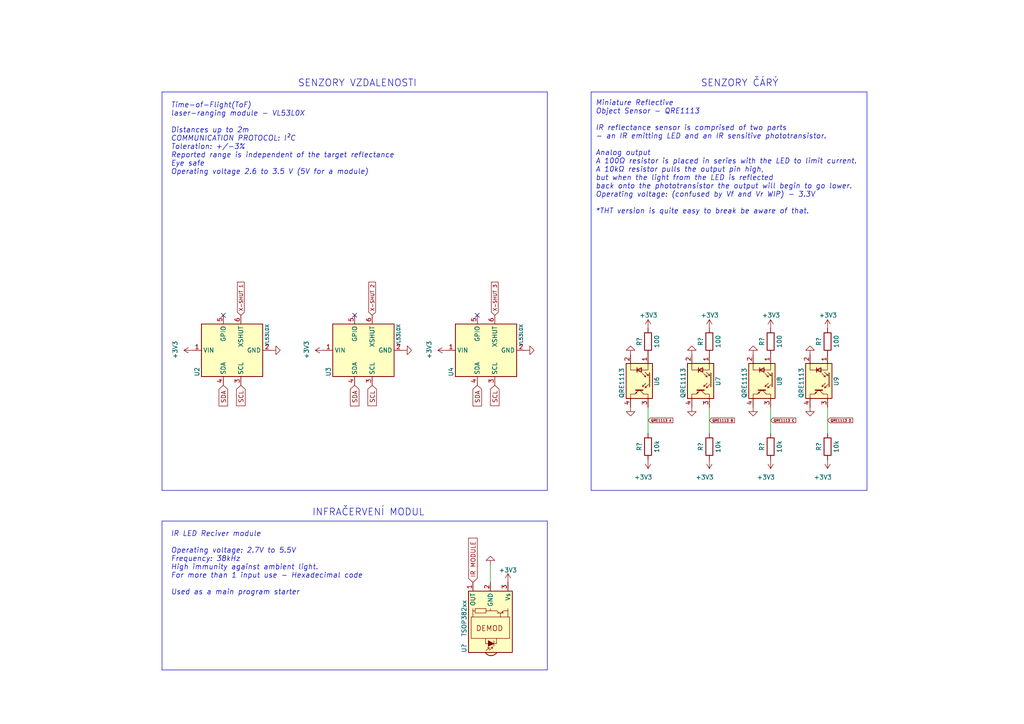
<source format=kicad_sch>
(kicad_sch (version 20230121) (generator eeschema)
  (paper "A4")
  (title_block (title "SUMEC THT") (company "SPŠ NA PROSEKU"))
  (lib_symbols
    (symbol "+3V3_1" (power) (pin_names (offset 0))
      (property "Value" "+3V3_1" (at 0 3.556 0))
      (symbol "+3V3_1_0_1"
        (polyline (pts (xy -0.762 1.27) (xy 0 2.54)))
        (polyline (pts (xy 0 0) (xy 0 2.54)))
        (polyline (pts (xy 0 2.54) (xy 0.762 1.27)))
      )
      (symbol "+3V3_1_1_1"
        (pin power_in line (at 0 0 90) (length 0) hide (name "+3V3") (number "1"))
      )
    )
    (symbol "Device:R" (pin_numbers hide) (pin_names (offset 0))
      (property "Reference" "R" (at 2.032 0 90))
      (property "Value" "R" (at 0 0 90))
      (symbol "R_0_1"
        (rectangle (start -1.016 -2.54) (end 1.016 2.54) (stroke (width 0.254)))
      )
      (symbol "R_1_1"
        (pin passive line (at 0 3.81 270) (length 1.27) (name "~") (number "1"))
        (pin passive line (at 0 -3.81 90) (length 1.27) (name "~") (number "2"))
      )
    )
    (symbol "GND_1" (power) (pin_names (offset 0))
      (property "Value" "GND_1" (at 0 -3.81 0))
      (symbol "GND_1_0_1"
        (polyline (pts (xy 0 0) (xy 0 -1.27) (xy 1.27 -1.27) (xy 0 -2.54) (xy -1.27 -1.27) (xy 0 -1.27)))
      )
      (symbol "GND_1_1_1"
        (pin power_in line (at 0 0 270) (length 0) hide (name "GND") (number "1"))
      )
    )
    (symbol "Interface_Optical:TSOP382xx"
      (property "Reference" "U5" (at -7.62 7.62 0))
      (property "Value" "TSOP382xx" (at 5.08 7.62 0))
      (symbol "TSOP382xx_0_0"
        (arc (start -10.287 1.397) (mid -11.0899 -0.1852) (end -10.287 -1.778) (stroke (width 0.254)) (fill (type background)))
        (polyline (pts (xy 1.905 -5.08) (xy 0.127 -5.08)))
        (polyline (pts (xy 1.905 5.08) (xy 0.127 5.08)))
        (text "DEMOD" (at -3.175 0.254 900) (effects (font (size 1.524 1.524))))
      )
      (symbol "TSOP382xx_0_1"
        (rectangle (start -6.096 5.588) (end 0.127 -5.588))
        (polyline (pts (xy -8.763 0.381) (xy -9.652 1.27)))
        (polyline (pts (xy -8.763 0.381) (xy -9.271 0.381)))
        (polyline (pts (xy -8.763 0.381) (xy -8.763 0.889)))
        (polyline (pts (xy -8.636 -0.635) (xy -9.525 0.254)))
        (polyline (pts (xy -8.636 -0.635) (xy -9.144 -0.635)))
        (polyline (pts (xy -8.636 -0.635) (xy -8.636 -0.127)))
        (polyline (pts (xy -8.382 -1.016) (xy -6.731 -1.016)))
        (polyline (pts (xy 1.27 -2.921) (xy 0.127 -2.921)))
        (polyline (pts (xy 1.27 -1.905) (xy 1.27 -3.81)))
        (polyline (pts (xy 1.397 -3.556) (xy 1.524 -3.556)))
        (polyline (pts (xy 1.651 -3.556) (xy 1.524 -3.556)))
        (polyline (pts (xy 1.651 -3.556) (xy 1.651 -3.302)))
        (polyline (pts (xy 1.905 0) (xy 1.905 1.27)))
        (polyline (pts (xy 1.905 4.445) (xy 1.905 5.08) (xy 2.54 5.08)))
        (polyline (pts (xy -8.382 0.635) (xy -6.731 0.635) (xy -7.62 -1.016) (xy -8.382 0.635)) (fill (type outline)))
        (polyline (pts (xy -6.096 1.397) (xy -7.62 1.397) (xy -7.62 -1.778) (xy -6.096 -1.778)))
        (polyline (pts (xy 1.27 -3.175) (xy 1.905 -3.81) (xy 1.905 -5.08) (xy 2.54 -5.08)))
        (polyline (pts (xy 1.27 -2.54) (xy 1.905 -1.905) (xy 1.905 0) (xy 2.54 0)))
        (rectangle (start 2.54 1.27) (end 1.27 4.445))
        (rectangle (start 7.62 6.35) (end -10.16 -6.35) (stroke (width 0.254)) (fill (type background)))
      )
      (symbol "TSOP382xx_1_1"
        (pin output line (at 10.16 5.08 180) (length 2.54) (name "OUT") (number "1"))
        (pin power_in line (at 10.16 0 180) (length 2.54) (name "GND") (number "2"))
        (pin power_in line (at 10.16 -5.08 180) (length 2.54) (name "Vs") (number "3"))
      )
    )
    (symbol "Sensor_Proximity:QRE1113" (pin_names (offset 0.0254) hide)
      (property "Reference" "U" (at -3.81 5.08 0))
      (property "Value" "QRE1113" (at 8.89 5.08 0))
      (symbol "QRE1113_0_1"
        (polyline (pts (xy -3.81 -0.635) (xy -2.54 -0.635)) (stroke (width 0.254)))
        (polyline (pts (xy -2.286 2.921) (xy -2.032 3.175)))
        (polyline (pts (xy -1.778 2.921) (xy -1.524 3.175)))
        (polyline (pts (xy -1.524 2.667) (xy -1.651 2.159)))
        (polyline (pts (xy -1.27 2.921) (xy -1.016 3.175)))
        (polyline (pts (xy -1.143 1.905) (xy -1.27 1.397)))
        (polyline (pts (xy -0.762 2.921) (xy -0.508 3.175)))
        (polyline (pts (xy -0.254 2.921) (xy 0 3.175)))
        (polyline (pts (xy 0.254 2.921) (xy 0.508 3.175)))
        (polyline (pts (xy 0.762 2.921) (xy 1.016 3.175)))
        (polyline (pts (xy 1.27 2.921) (xy 1.524 3.175)))
        (polyline (pts (xy 1.651 0.889) (xy 1.143 1.016)))
        (polyline (pts (xy 1.778 2.921) (xy -2.413 2.921)))
        (polyline (pts (xy 2.032 1.651) (xy 1.524 1.778)))
        (polyline (pts (xy 2.667 -0.127) (xy 3.81 -1.27)))
        (polyline (pts (xy 2.667 0.127) (xy 3.81 1.27)))
        (polyline (pts (xy -2.54 1.651) (xy -1.524 2.667) (xy -2.032 2.54)))
        (polyline (pts (xy -2.159 0.889) (xy -1.143 1.905) (xy -1.651 1.778)))
        (polyline (pts (xy 0.635 1.905) (xy 1.651 0.889) (xy 1.524 1.397)))
        (polyline (pts (xy 1.016 2.667) (xy 2.032 1.651) (xy 1.905 2.159)))
        (polyline (pts (xy 2.667 1.016) (xy 2.667 -1.016) (xy 2.667 -1.016)) (stroke (width 0.3556)))
        (polyline (pts (xy 3.81 -1.27) (xy 3.81 -2.54) (xy 5.08 -2.54)))
        (polyline (pts (xy 3.81 1.27) (xy 3.81 2.54) (xy 5.08 2.54)))
        (polyline (pts (xy -5.08 -2.54) (xy -3.175 -2.54) (xy -3.175 2.54) (xy -5.08 2.54)))
        (polyline (pts (xy -3.175 -0.635) (xy -3.81 0.635) (xy -2.54 0.635) (xy -3.175 -0.635)) (stroke (width 0.254)))
        (polyline (pts (xy 3.683 -1.143) (xy 3.429 -0.635) (xy 3.175 -0.889) (xy 3.683 -1.143)))
        (polyline (pts (xy -5.08 -3.81) (xy 5.08 -3.81) (xy 5.08 3.81) (xy -5.08 3.81) (xy -5.08 -3.81)) (stroke (width 0.254)) (fill (type background)))
      )
      (symbol "QRE1113_1_1"
        (pin passive line (at -7.62 2.54 0) (length 2.54) (name "A") (number "1"))
        (pin passive line (at -7.62 -2.54 0) (length 2.54) (name "K") (number "2"))
        (pin open_collector line (at 7.62 2.54 180) (length 2.54) (name "~") (number "3"))
        (pin open_emitter line (at 7.62 -2.54 180) (length 2.54) (name "~") (number "4"))
      )
    )
    (symbol "power:+3V3" (power) (pin_names (offset 0))
      (property "Value" "+3V3" (at 0 3.556 0))
      (symbol "+3V3_0_1"
        (polyline (pts (xy -0.762 1.27) (xy 0 2.54)))
        (polyline (pts (xy 0 0) (xy 0 2.54)))
        (polyline (pts (xy 0 2.54) (xy 0.762 1.27)))
      )
      (symbol "+3V3_1_1"
        (pin power_in line (at 0 0 90) (length 0) hide (name "+3V3") (number "1"))
      )
    )
    (symbol "power:GND" (power) (pin_names (offset 0))
      (property "Value" "GND" (at 0 -3.81 0))
      (symbol "GND_0_1"
        (polyline (pts (xy 0 0) (xy 0 -1.27) (xy 1.27 -1.27) (xy 0 -2.54) (xy -1.27 -1.27) (xy 0 -1.27)))
      )
      (symbol "GND_1_1"
        (pin power_in line (at 0 0 270) (length 0) hide (name "GND") (number "1"))
      )
    )
    (symbol "sumec_library:GY-530_VL53L0X"
      (property "Reference" "U" (at -7.62 10.16 0))
      (property "Value" "VL53L0X" (at 7.62 -10.16 0))
      (symbol "GY-530_VL53L0X_0_1"
        (rectangle (start -7.62 8.89) (end 7.62 -8.89) (stroke (width 0.254)) (fill (type background)))
      )
      (symbol "GY-530_VL53L0X_1_1"
        (pin power_in line (at 0 11.43 270) (length 2.54) (name "VIN") (number "1"))
        (pin power_in line (at 0 -11.43 90) (length 2.54) (name "GND") (number "2"))
        (pin input line (at -10.16 -2.54 0) (length 2.54) (name "SCL") (number "3"))
        (pin bidirectional line (at -10.16 2.54 0) (length 2.54) (name "SDA") (number "4"))
        (pin open_collector line (at 10.16 2.54 180) (length 2.54) (name "GPIO") (number "5"))
        (pin input line (at 10.16 -2.54 180) (length 2.54) (name "XSHUT") (number "6"))
      )
    )
  )
  (no_connect (at 64.77 91.44))
  (no_connect (at 138.43 91.44))
  (no_connect (at 102.87 91.44))
  (wire (pts (xy 187.96 118.11) (xy 187.96 125.73)))
  (polyline (pts (xy 158.75 194.31) (xy 46.99 194.31)))
  (polyline (pts (xy 46.99 26.67) (xy 158.75 26.67)))
  (polyline (pts (xy 251.46 26.67) (xy 251.46 142.24)))
  (polyline (pts (xy 158.75 26.67) (xy 158.75 142.24)))
  (polyline (pts (xy 158.75 194.31) (xy 158.75 151.13)))
  (polyline (pts (xy 46.99 151.13) (xy 158.75 151.13)))
  (wire (pts (xy 223.52 118.11) (xy 223.52 125.73)))
  (polyline (pts (xy 171.45 26.67) (xy 251.46 26.67)))
  (wire (pts (xy 240.03 118.11) (xy 240.03 125.73)))
  (wire (pts (xy 205.74 118.11) (xy 205.74 125.73)))
  (polyline (pts (xy 171.45 142.24) (xy 251.46 142.24)))
  (polyline (pts (xy 46.99 142.24) (xy 46.99 26.67)))
  (polyline (pts (xy 171.45 26.67) (xy 171.45 142.24)))
  (wire (pts (xy 142.24 168.91) (xy 142.24 163.83)))
  (polyline (pts (xy 46.99 194.31) (xy 46.99 151.13)))
  (polyline (pts (xy 46.99 142.24) (xy 158.75 142.24)))
  (text "INFRAČERVENÍ MODUL" (at 123.19 149.86 0) (effects (font (size 2 2)) (justify right bottom)))
  (text "Time-of-Flight(ToF)\nlaser-ranging module - VL53L0X \n\nDistances up to 2m\nCOMMUNICATION PROTOCOL: I²C \nToleration: +/-3%\nReported range is independent of the target reflectance\nEye safe\nOperating voltage 2.6 to 3.5 V (5V for a module)" (at 49.53 50.8 0) (effects (font (size 1.5 1.5) italic) (justify left bottom)))
  (text "IR LED Reciver module\n\nOperating voltage: 2.7V to 5.5V\nFrequency: 38kHz \nHigh immunity against ambient light. \nFor more than 1 input use - Hexadecimal code\n\nUsed as a main program starter\n" (at 49.53 172.72 0) (effects (font (size 1.5 1.5) italic) (justify left bottom)))
  (text "SENZORY VZDALENOSTI" (at 86.36 25.4 0) (effects (font (size 2 2)) (justify left bottom)))
  (text "Miniature Reflective\nObject Sensor - QRE1113\n\nIR reflectance sensor is comprised of two parts \n- an IR emitting LED and an IR sensitive phototransistor.\n\nAnalog output\nA 100Ω resistor is placed in series with the LED to limit current.\nA 10kΩ resistor pulls the output pin high, \nbut when the light from the LED is reflected \nback onto the phototransistor the output will begin to go lower.\nOperating voltage: (confused by Vf and Vr WIP) - 3.3V\n\n*THT version is quite easy to break be aware of that." (at 172.72 62.23 0) (effects (font (size 1.5 1.5) italic) (justify left bottom)))
  (text "SENZORY ČÁRÝ\n" (at 203.2 25.4 0) (effects (font (size 2 2)) (justify left bottom)))
  (global_label "QRE1113 B" (shape input) (at 205.74 121.92 0) (effects (font (size 0.7 0.7))) (property "Intersheetrefs" "${INTERSHEET_REFS}" (effects hide)))
  (global_label "IR MODULE" (shape input) (at 137.16 168.91 90) (property "Intersheetrefs" "${INTERSHEET_REFS}" (effects hide)))
  (global_label "X-SHUT 1" (shape input) (at 69.85 91.44 90) (effects (font (size 1 1))) (property "Intersheetrefs" "${INTERSHEET_REFS}" (effects hide)))
  (global_label "QRE1113 D" (shape input) (at 240.03 121.92 0) (effects (font (size 0.7 0.7))) (property "Intersheetrefs" "${INTERSHEET_REFS}" (effects hide)))
  (global_label "SCL" (shape input) (at 107.95 111.76 270) (property "Intersheetrefs" "${INTERSHEET_REFS}" (effects hide)))
  (global_label "SDA" (shape input) (at 64.77 111.76 270) (property "Intersheetrefs" "${INTERSHEET_REFS}" (effects hide)))
  (global_label "SCL" (shape input) (at 69.85 111.76 270) (property "Intersheetrefs" "${INTERSHEET_REFS}" (effects hide)))
  (global_label "SCL" (shape input) (at 143.51 111.76 270) (property "Intersheetrefs" "${INTERSHEET_REFS}" (effects hide)))
  (global_label "SDA" (shape input) (at 102.87 111.76 270) (property "Intersheetrefs" "${INTERSHEET_REFS}" (effects hide)))
  (global_label "QRE1113 A" (shape input) (at 187.96 121.92 0) (effects (font (size 0.7 0.7))) (property "Intersheetrefs" "${INTERSHEET_REFS}" (effects hide)))
  (global_label "X-SHUT 2" (shape input) (at 107.95 91.44 90) (effects (font (size 1 1))) (property "Intersheetrefs" "${INTERSHEET_REFS}" (effects hide)))
  (global_label "X-SHUT 3" (shape input) (at 143.51 91.44 90) (effects (font (size 1 1))) (property "Intersheetrefs" "${INTERSHEET_REFS}" (effects hide)))
  (global_label "SDA" (shape input) (at 138.43 111.76 270) (property "Intersheetrefs" "${INTERSHEET_REFS}" (effects hide)))
  (global_label "QRE1113 C" (shape input) (at 223.52 121.92 0) (effects (font (size 0.7 0.7))) (property "Intersheetrefs" "${INTERSHEET_REFS}" (effects hide)))
  (symbol (lib_id "Device:R") (at 187.96 99.06 180) (unit 1)
    (property "Reference" "R?" (at 185.42 99.06 90))
    (property "Value" "100" (at 190.5 99.06 90))
    (property "Footprint" "Resistor_THT:R_Axial_DIN0207_L6.3mm_D2.5mm_P10.16mm_Horizontal" (effects hide))
    (instances (project "sumec" (path "" (reference "R?") (unit 1)) (path "" (reference "R2") (unit 1))))
  )
  (symbol (lib_id "power:GND") (at 116.84 101.6 90) (unit 1)
    (property "Reference" "#PWR?" (effects hide))
    (property "Value" "GND" (effects hide))
    (instances (project "sumec" (path "" (reference "#PWR?") (unit 1)) (path "" (reference "#PWR010") (unit 1))))
  )
  (symbol (lib_id "power:+3V3") (at 55.88 101.6 90) (unit 1)
    (property "Reference" "#PWR?" (effects hide))
    (property "Value" "+3V3" (at 50.8 104.14 0) (effects (justify left)))
    (instances (project "sumec" (path "" (reference "#PWR?") (unit 1)) (path "" (reference "#PWR07") (unit 1))))
  )
  (symbol (lib_name "GND_1") (lib_id "power:GND") (at 200.66 118.11 0) (unit 1)
    (property "Reference" "#PWR019" (effects hide))
    (property "Value" "GND" (effects hide))
  )
  (symbol (lib_id "power:+3V3") (at 205.74 133.35 180) (unit 1)
    (property "Reference" "#PWR?" (effects hide))
    (property "Value" "+3V3" (at 207.01 138.43 0) (effects (justify left)))
    (instances (project "sumec" (path "" (reference "#PWR?") (unit 1)) (path "" (reference "#PWR020") (unit 1))))
  )
  (symbol (lib_id "power:GND") (at 78.74 101.6 90) (unit 1)
    (property "Reference" "#PWR?" (effects hide))
    (property "Value" "GND" (effects hide))
    (instances (project "sumec" (path "" (reference "#PWR?") (unit 1)) (path "" (reference "#PWR08") (unit 1))))
  )
  (symbol (lib_id "power:+3V3") (at 240.03 95.25 0) (unit 1)
    (property "Reference" "#PWR?" (effects hide))
    (property "Value" "+3V3" (at 237.49 91.44 0) (effects (justify left)))
    (instances (project "sumec" (path "" (reference "#PWR?") (unit 1)) (path "" (reference "#PWR037") (unit 1))))
  )
  (symbol (lib_id "power:+3V3") (at 223.52 95.25 0) (unit 1)
    (property "Reference" "#PWR?" (effects hide))
    (property "Value" "+3V3" (at 220.98 91.44 0) (effects (justify left)))
    (instances (project "sumec" (path "" (reference "#PWR?") (unit 1)) (path "" (reference "#PWR036") (unit 1))))
  )
  (symbol (lib_id "Device:R") (at 240.03 129.54 180) (unit 1)
    (property "Reference" "R?" (at 237.49 129.54 90))
    (property "Value" "10k" (at 242.57 129.54 90))
    (property "Footprint" "Resistor_THT:R_Axial_DIN0207_L6.3mm_D2.5mm_P10.16mm_Horizontal" (effects hide))
    (instances (project "sumec" (path "" (reference "R?") (unit 1)) (path "" (reference "R9") (unit 1))))
  )
  (symbol (lib_id "sumec_library:GY-530_VL53L0X") (at 140.97 101.6 90) (unit 1)
    (property "Reference" "U4" (at 130.81 109.22 0) (effects (justify left)))
    (property "Value" "VL53L0X" (at 151.13 93.98 0) (effects (font (size 1 1)) (justify right)))
    (property "Footprint" "sumec_library:GY-530 VL53L0X" (effects hide))
  )
  (symbol (lib_id "Device:R") (at 240.03 99.06 180) (unit 1)
    (property "Reference" "R?" (at 237.49 99.06 90))
    (property "Value" "100" (at 242.57 99.06 90))
    (property "Footprint" "Resistor_THT:R_Axial_DIN0207_L6.3mm_D2.5mm_P10.16mm_Horizontal" (effects hide))
    (instances (project "sumec" (path "" (reference "R?") (unit 1)) (path "" (reference "R8") (unit 1))))
  )
  (symbol (lib_id "Interface_Optical:TSOP382xx") (at 142.24 179.07 90) (unit 1)
    (property "Reference" "U?" (at 134.62 186.69 0) (effects (justify right)))
    (property "Value" "TSOP382xx" (at 134.62 173.99 0) (effects (justify right)))
    (property "Footprint" "Connector_PinSocket_2.54mm:PinSocket_1x03_P2.54mm_Vertical" (effects hide))
    (property "Datasheet" "http://www.vishay.com/docs/82491/tsop382.pdf" (effects hide))
    (instances (project "sumec" (path "" (reference "U?") (unit 1)) (path "" (reference "U5") (unit 1))))
  )
  (symbol (lib_id "power:+3V3") (at 205.74 95.25 0) (unit 1)
    (property "Reference" "#PWR?" (effects hide))
    (property "Value" "+3V3" (at 203.2 91.44 0) (effects (justify left)))
    (instances (project "sumec" (path "" (reference "#PWR?") (unit 1)) (path "" (reference "#PWR035") (unit 1))))
  )
  (symbol (lib_id "Device:R") (at 187.96 129.54 180) (unit 1)
    (property "Reference" "R?" (at 185.42 129.54 90))
    (property "Value" "10k" (at 190.5 129.54 90))
    (property "Footprint" "Resistor_THT:R_Axial_DIN0207_L6.3mm_D2.5mm_P10.16mm_Horizontal" (effects hide))
    (instances (project "sumec" (path "" (reference "R?") (unit 1)) (path "" (reference "R3") (unit 1))))
  )
  (symbol (lib_name "GND_1") (lib_id "power:GND") (at 182.88 102.87 180) (unit 1)
    (property "Reference" "#PWR015" (effects hide))
    (property "Value" "GND" (effects hide))
  )
  (symbol (lib_name "GND_1") (lib_id "power:GND") (at 200.66 102.87 180) (unit 1)
    (property "Reference" "#PWR018" (effects hide))
    (property "Value" "GND" (effects hide))
  )
  (symbol (lib_name "GND_1") (lib_id "power:GND") (at 182.88 118.11 0) (unit 1)
    (property "Reference" "#PWR016" (effects hide))
    (property "Value" "GND" (effects hide))
  )
  (symbol (lib_name "GND_1") (lib_id "power:GND") (at 234.95 102.87 180) (unit 1)
    (property "Reference" "#PWR025" (effects hide))
    (property "Value" "GND" (effects hide))
  )
  (symbol (lib_id "Device:R") (at 205.74 99.06 180) (unit 1)
    (property "Reference" "R?" (at 203.2 99.06 90))
    (property "Value" "100" (at 208.28 99.06 90))
    (property "Footprint" "Resistor_THT:R_Axial_DIN0207_L6.3mm_D2.5mm_P10.16mm_Horizontal" (effects hide))
    (instances (project "sumec" (path "" (reference "R?") (unit 1)) (path "" (reference "R4") (unit 1))))
  )
  (symbol (lib_id "power:GND") (at 142.24 163.83 180) (unit 1)
    (property "Reference" "#PWR?" (effects hide))
    (property "Value" "GND" (effects hide))
    (instances (project "sumec" (path "" (reference "#PWR?") (unit 1)) (path "" (reference "#PWR012") (unit 1))))
  )
  (symbol (lib_id "Sensor_Proximity:QRE1113") (at 185.42 110.49 270) (unit 1)
    (property "Reference" "U6" (at 190.5 109.22 0) (effects (justify left)))
    (property "Value" "QRE1113" (at 180.34 106.68 0) (effects (justify left)))
    (property "Footprint" "sumec_library:OnSemi_CASE100AQ - QRE1113" (effects hide))
    (property "Datasheet" "http://www.onsemi.com/pub/Collateral/QRE1113-D.PDF" (effects hide))
  )
  (symbol (lib_id "power:+3V3") (at 93.98 101.6 90) (unit 1)
    (property "Reference" "#PWR?" (effects hide))
    (property "Value" "+3V3" (at 88.9 104.14 0) (effects (justify left)))
    (instances (project "sumec" (path "" (reference "#PWR?") (unit 1)) (path "" (reference "#PWR09") (unit 1))))
  )
  (symbol (lib_id "Sensor_Proximity:QRE1113") (at 237.49 110.49 270) (unit 1)
    (property "Reference" "U9" (at 242.57 109.22 0) (effects (justify left)))
    (property "Value" "QRE1113" (at 232.41 106.68 0) (effects (justify left)))
    (property "Footprint" "sumec_library:OnSemi_CASE100AQ - QRE1113" (effects hide))
    (property "Datasheet" "http://www.onsemi.com/pub/Collateral/QRE1113-D.PDF" (effects hide))
  )
  (symbol (lib_name "+3V3_1") (lib_id "power:+3V3") (at 147.32 168.91 0) (unit 1)
    (property "Reference" "#PWR?" (effects hide))
    (property "Value" "+3V3" (at 147.32 165.354 0))
    (instances (project "sumec" (path "" (reference "#PWR?") (unit 1)) (path "" (reference "#PWR013") (unit 1))))
  )
  (symbol (lib_id "power:+3V3") (at 223.52 133.35 180) (unit 1)
    (property "Reference" "#PWR?" (effects hide))
    (property "Value" "+3V3" (at 224.79 138.43 0) (effects (justify left)))
    (instances (project "sumec" (path "" (reference "#PWR?") (unit 1)) (path "" (reference "#PWR024") (unit 1))))
  )
  (symbol (lib_name "GND_1") (lib_id "power:GND") (at 218.44 102.87 180) (unit 1)
    (property "Reference" "#PWR021" (effects hide))
    (property "Value" "GND" (effects hide))
  )
  (symbol (lib_id "power:+3V3") (at 187.96 133.35 180) (unit 1)
    (property "Reference" "#PWR?" (effects hide))
    (property "Value" "+3V3" (at 189.23 138.43 0) (effects (justify left)))
    (instances (project "sumec" (path "" (reference "#PWR?") (unit 1)) (path "" (reference "#PWR017") (unit 1))))
  )
  (symbol (lib_id "power:+3V3") (at 240.03 133.35 180) (unit 1)
    (property "Reference" "#PWR?" (effects hide))
    (property "Value" "+3V3" (at 241.3 138.43 0) (effects (justify left)))
    (instances (project "sumec" (path "" (reference "#PWR?") (unit 1)) (path "" (reference "#PWR027") (unit 1))))
  )
  (symbol (lib_id "sumec_library:GY-530_VL53L0X") (at 67.31 101.6 90) (unit 1)
    (property "Reference" "U2" (at 57.15 109.22 0) (effects (justify left)))
    (property "Value" "VL53L0X" (at 77.47 93.98 0) (effects (font (size 1 1)) (justify right)))
    (property "Footprint" "sumec_library:GY-530 VL53L0X" (effects hide))
  )
  (symbol (lib_name "GND_1") (lib_id "power:GND") (at 218.44 118.11 0) (unit 1)
    (property "Reference" "#PWR022" (effects hide))
    (property "Value" "GND" (effects hide))
  )
  (symbol (lib_id "power:+3V3") (at 187.96 95.25 0) (unit 1)
    (property "Reference" "#PWR?" (effects hide))
    (property "Value" "+3V3" (at 185.42 91.44 0) (effects (justify left)))
    (instances (project "sumec" (path "" (reference "#PWR?") (unit 1)) (path "" (reference "#PWR023") (unit 1))))
  )
  (symbol (lib_id "Device:R") (at 223.52 129.54 180) (unit 1)
    (property "Reference" "R?" (at 220.98 129.54 90))
    (property "Value" "10k" (at 226.06 129.54 90))
    (property "Footprint" "Resistor_THT:R_Axial_DIN0207_L6.3mm_D2.5mm_P10.16mm_Horizontal" (effects hide))
    (instances (project "sumec" (path "" (reference "R?") (unit 1)) (path "" (reference "R7") (unit 1))))
  )
  (symbol (lib_id "Sensor_Proximity:QRE1113") (at 220.98 110.49 270) (unit 1)
    (property "Reference" "U8" (at 226.06 109.22 0) (effects (justify left)))
    (property "Value" "QRE1113" (at 215.9 106.68 0) (effects (justify left)))
    (property "Footprint" "sumec_library:OnSemi_CASE100AQ - QRE1113" (effects hide))
    (property "Datasheet" "http://www.onsemi.com/pub/Collateral/QRE1113-D.PDF" (effects hide))
  )
  (symbol (lib_id "power:+3V3") (at 129.54 101.6 90) (unit 1)
    (property "Reference" "#PWR?" (effects hide))
    (property "Value" "+3V3" (at 124.46 104.14 0) (effects (justify left)))
    (instances (project "sumec" (path "" (reference "#PWR?") (unit 1)) (path "" (reference "#PWR011") (unit 1))))
  )
  (symbol (lib_name "GND_1") (lib_id "power:GND") (at 234.95 118.11 0) (unit 1)
    (property "Reference" "#PWR026" (effects hide))
    (property "Value" "GND" (effects hide))
  )
  (symbol (lib_id "power:GND") (at 152.4 101.6 90) (unit 1)
    (property "Reference" "#PWR?" (effects hide))
    (property "Value" "GND" (effects hide))
    (instances (project "sumec" (path "" (reference "#PWR?") (unit 1)) (path "" (reference "#PWR014") (unit 1))))
  )
  (symbol (lib_id "Device:R") (at 205.74 129.54 180) (unit 1)
    (property "Reference" "R?" (at 203.2 129.54 90))
    (property "Value" "10k" (at 208.28 129.54 90))
    (property "Footprint" "Resistor_THT:R_Axial_DIN0207_L6.3mm_D2.5mm_P10.16mm_Horizontal" (effects hide))
    (instances (project "sumec" (path "" (reference "R?") (unit 1)) (path "" (reference "R5") (unit 1))))
  )
  (symbol (lib_id "sumec_library:GY-530_VL53L0X") (at 105.41 101.6 90) (unit 1)
    (property "Reference" "U3" (at 95.25 109.22 0) (effects (justify left)))
    (property "Value" "VL53L0X" (at 115.57 93.98 0) (effects (font (size 1 1)) (justify right)))
    (property "Footprint" "sumec_library:GY-530 VL53L0X" (effects hide))
  )
  (symbol (lib_id "Device:R") (at 223.52 99.06 180) (unit 1)
    (property "Reference" "R?" (at 220.98 99.06 90))
    (property "Value" "100" (at 226.06 99.06 90))
    (property "Footprint" "Resistor_THT:R_Axial_DIN0207_L6.3mm_D2.5mm_P10.16mm_Horizontal" (effects hide))
    (instances (project "sumec" (path "" (reference "R?") (unit 1)) (path "" (reference "R6") (unit 1))))
  )
  (symbol (lib_id "Sensor_Proximity:QRE1113") (at 203.2 110.49 270) (unit 1)
    (property "Reference" "U7" (at 208.28 109.22 0) (effects (justify left)))
    (property "Value" "QRE1113" (at 198.12 106.68 0) (effects (justify left)))
    (property "Footprint" "sumec_library:OnSemi_CASE100AQ - QRE1113" (effects hide))
    (property "Datasheet" "http://www.onsemi.com/pub/Collateral/QRE1113-D.PDF" (effects hide))
  )
)
</source>
